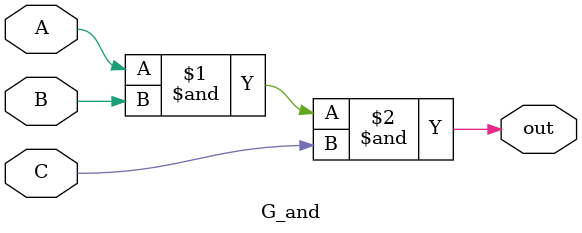
<source format=v>
`timescale 1ns / 1ps


module G_and(
    A,
    B,
    C,
    out
    );
    
    input A,B,C;
    output out;
    
    assign out = A&B&C;
endmodule

</source>
